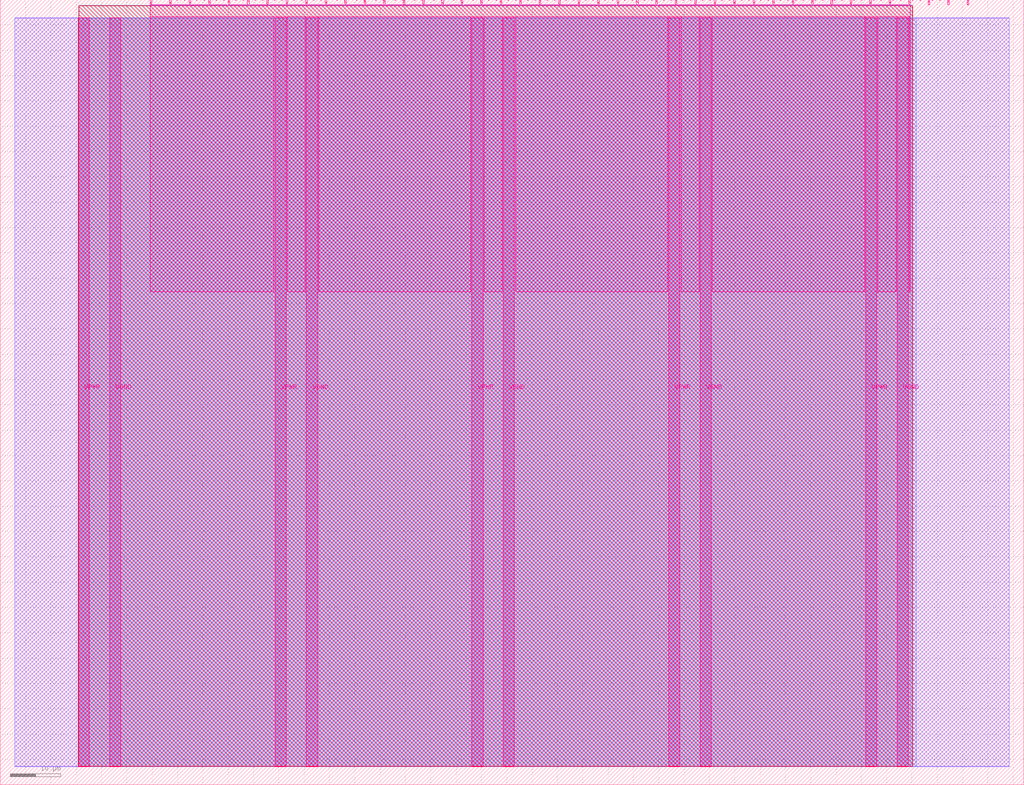
<source format=lef>
VERSION 5.7 ;
  NOWIREEXTENSIONATPIN ON ;
  DIVIDERCHAR "/" ;
  BUSBITCHARS "[]" ;
MACRO tt_um_a_0_array_multiplier
  CLASS BLOCK ;
  FOREIGN tt_um_a_0_array_multiplier ;
  ORIGIN 0.000 0.000 ;
  SIZE 202.080 BY 154.980 ;
  PIN VGND
    DIRECTION INOUT ;
    USE GROUND ;
    PORT
      LAYER Metal5 ;
        RECT 21.580 3.560 23.780 151.420 ;
    END
    PORT
      LAYER Metal5 ;
        RECT 60.450 3.560 62.650 151.420 ;
    END
    PORT
      LAYER Metal5 ;
        RECT 99.320 3.560 101.520 151.420 ;
    END
    PORT
      LAYER Metal5 ;
        RECT 138.190 3.560 140.390 151.420 ;
    END
    PORT
      LAYER Metal5 ;
        RECT 177.060 3.560 179.260 151.420 ;
    END
  END VGND
  PIN VPWR
    DIRECTION INOUT ;
    USE POWER ;
    PORT
      LAYER Metal5 ;
        RECT 15.380 3.560 17.580 151.420 ;
    END
    PORT
      LAYER Metal5 ;
        RECT 54.250 3.560 56.450 151.420 ;
    END
    PORT
      LAYER Metal5 ;
        RECT 93.120 3.560 95.320 151.420 ;
    END
    PORT
      LAYER Metal5 ;
        RECT 131.990 3.560 134.190 151.420 ;
    END
    PORT
      LAYER Metal5 ;
        RECT 170.860 3.560 173.060 151.420 ;
    END
  END VPWR
  PIN clk
    DIRECTION INPUT ;
    USE SIGNAL ;
    PORT
      LAYER Metal5 ;
        RECT 187.050 153.980 187.350 154.980 ;
    END
  END clk
  PIN ena
    DIRECTION INPUT ;
    USE SIGNAL ;
    PORT
      LAYER Metal5 ;
        RECT 190.890 153.980 191.190 154.980 ;
    END
  END ena
  PIN rst_n
    DIRECTION INPUT ;
    USE SIGNAL ;
    PORT
      LAYER Metal5 ;
        RECT 183.210 153.980 183.510 154.980 ;
    END
  END rst_n
  PIN ui_in[0]
    DIRECTION INPUT ;
    USE SIGNAL ;
    ANTENNAGATEAREA 0.213200 ;
    PORT
      LAYER Metal5 ;
        RECT 179.370 153.980 179.670 154.980 ;
    END
  END ui_in[0]
  PIN ui_in[1]
    DIRECTION INPUT ;
    USE SIGNAL ;
    ANTENNAGATEAREA 0.213200 ;
    PORT
      LAYER Metal5 ;
        RECT 175.530 153.980 175.830 154.980 ;
    END
  END ui_in[1]
  PIN ui_in[2]
    DIRECTION INPUT ;
    USE SIGNAL ;
    ANTENNAGATEAREA 0.213200 ;
    PORT
      LAYER Metal5 ;
        RECT 171.690 153.980 171.990 154.980 ;
    END
  END ui_in[2]
  PIN ui_in[3]
    DIRECTION INPUT ;
    USE SIGNAL ;
    ANTENNAGATEAREA 0.213200 ;
    PORT
      LAYER Metal5 ;
        RECT 167.850 153.980 168.150 154.980 ;
    END
  END ui_in[3]
  PIN ui_in[4]
    DIRECTION INPUT ;
    USE SIGNAL ;
    ANTENNAGATEAREA 0.213200 ;
    PORT
      LAYER Metal5 ;
        RECT 164.010 153.980 164.310 154.980 ;
    END
  END ui_in[4]
  PIN ui_in[5]
    DIRECTION INPUT ;
    USE SIGNAL ;
    ANTENNAGATEAREA 0.213200 ;
    PORT
      LAYER Metal5 ;
        RECT 160.170 153.980 160.470 154.980 ;
    END
  END ui_in[5]
  PIN ui_in[6]
    DIRECTION INPUT ;
    USE SIGNAL ;
    ANTENNAGATEAREA 0.213200 ;
    PORT
      LAYER Metal5 ;
        RECT 156.330 153.980 156.630 154.980 ;
    END
  END ui_in[6]
  PIN ui_in[7]
    DIRECTION INPUT ;
    USE SIGNAL ;
    ANTENNAGATEAREA 0.213200 ;
    PORT
      LAYER Metal5 ;
        RECT 152.490 153.980 152.790 154.980 ;
    END
  END ui_in[7]
  PIN uio_in[0]
    DIRECTION INPUT ;
    USE SIGNAL ;
    PORT
      LAYER Metal5 ;
        RECT 148.650 153.980 148.950 154.980 ;
    END
  END uio_in[0]
  PIN uio_in[1]
    DIRECTION INPUT ;
    USE SIGNAL ;
    PORT
      LAYER Metal5 ;
        RECT 144.810 153.980 145.110 154.980 ;
    END
  END uio_in[1]
  PIN uio_in[2]
    DIRECTION INPUT ;
    USE SIGNAL ;
    PORT
      LAYER Metal5 ;
        RECT 140.970 153.980 141.270 154.980 ;
    END
  END uio_in[2]
  PIN uio_in[3]
    DIRECTION INPUT ;
    USE SIGNAL ;
    PORT
      LAYER Metal5 ;
        RECT 137.130 153.980 137.430 154.980 ;
    END
  END uio_in[3]
  PIN uio_in[4]
    DIRECTION INPUT ;
    USE SIGNAL ;
    PORT
      LAYER Metal5 ;
        RECT 133.290 153.980 133.590 154.980 ;
    END
  END uio_in[4]
  PIN uio_in[5]
    DIRECTION INPUT ;
    USE SIGNAL ;
    PORT
      LAYER Metal5 ;
        RECT 129.450 153.980 129.750 154.980 ;
    END
  END uio_in[5]
  PIN uio_in[6]
    DIRECTION INPUT ;
    USE SIGNAL ;
    PORT
      LAYER Metal5 ;
        RECT 125.610 153.980 125.910 154.980 ;
    END
  END uio_in[6]
  PIN uio_in[7]
    DIRECTION INPUT ;
    USE SIGNAL ;
    PORT
      LAYER Metal5 ;
        RECT 121.770 153.980 122.070 154.980 ;
    END
  END uio_in[7]
  PIN uio_oe[0]
    DIRECTION OUTPUT ;
    USE SIGNAL ;
    ANTENNADIFFAREA 0.299200 ;
    PORT
      LAYER Metal5 ;
        RECT 56.490 153.980 56.790 154.980 ;
    END
  END uio_oe[0]
  PIN uio_oe[1]
    DIRECTION OUTPUT ;
    USE SIGNAL ;
    ANTENNADIFFAREA 0.299200 ;
    PORT
      LAYER Metal5 ;
        RECT 52.650 153.980 52.950 154.980 ;
    END
  END uio_oe[1]
  PIN uio_oe[2]
    DIRECTION OUTPUT ;
    USE SIGNAL ;
    ANTENNADIFFAREA 0.299200 ;
    PORT
      LAYER Metal5 ;
        RECT 48.810 153.980 49.110 154.980 ;
    END
  END uio_oe[2]
  PIN uio_oe[3]
    DIRECTION OUTPUT ;
    USE SIGNAL ;
    ANTENNADIFFAREA 0.299200 ;
    PORT
      LAYER Metal5 ;
        RECT 44.970 153.980 45.270 154.980 ;
    END
  END uio_oe[3]
  PIN uio_oe[4]
    DIRECTION OUTPUT ;
    USE SIGNAL ;
    ANTENNADIFFAREA 0.299200 ;
    PORT
      LAYER Metal5 ;
        RECT 41.130 153.980 41.430 154.980 ;
    END
  END uio_oe[4]
  PIN uio_oe[5]
    DIRECTION OUTPUT ;
    USE SIGNAL ;
    ANTENNADIFFAREA 0.299200 ;
    PORT
      LAYER Metal5 ;
        RECT 37.290 153.980 37.590 154.980 ;
    END
  END uio_oe[5]
  PIN uio_oe[6]
    DIRECTION OUTPUT ;
    USE SIGNAL ;
    ANTENNADIFFAREA 0.299200 ;
    PORT
      LAYER Metal5 ;
        RECT 33.450 153.980 33.750 154.980 ;
    END
  END uio_oe[6]
  PIN uio_oe[7]
    DIRECTION OUTPUT ;
    USE SIGNAL ;
    ANTENNADIFFAREA 0.299200 ;
    PORT
      LAYER Metal5 ;
        RECT 29.610 153.980 29.910 154.980 ;
    END
  END uio_oe[7]
  PIN uio_out[0]
    DIRECTION OUTPUT ;
    USE SIGNAL ;
    ANTENNADIFFAREA 0.299200 ;
    PORT
      LAYER Metal5 ;
        RECT 87.210 153.980 87.510 154.980 ;
    END
  END uio_out[0]
  PIN uio_out[1]
    DIRECTION OUTPUT ;
    USE SIGNAL ;
    ANTENNADIFFAREA 0.299200 ;
    PORT
      LAYER Metal5 ;
        RECT 83.370 153.980 83.670 154.980 ;
    END
  END uio_out[1]
  PIN uio_out[2]
    DIRECTION OUTPUT ;
    USE SIGNAL ;
    ANTENNADIFFAREA 0.299200 ;
    PORT
      LAYER Metal5 ;
        RECT 79.530 153.980 79.830 154.980 ;
    END
  END uio_out[2]
  PIN uio_out[3]
    DIRECTION OUTPUT ;
    USE SIGNAL ;
    ANTENNADIFFAREA 0.299200 ;
    PORT
      LAYER Metal5 ;
        RECT 75.690 153.980 75.990 154.980 ;
    END
  END uio_out[3]
  PIN uio_out[4]
    DIRECTION OUTPUT ;
    USE SIGNAL ;
    ANTENNADIFFAREA 0.299200 ;
    PORT
      LAYER Metal5 ;
        RECT 71.850 153.980 72.150 154.980 ;
    END
  END uio_out[4]
  PIN uio_out[5]
    DIRECTION OUTPUT ;
    USE SIGNAL ;
    ANTENNADIFFAREA 0.299200 ;
    PORT
      LAYER Metal5 ;
        RECT 68.010 153.980 68.310 154.980 ;
    END
  END uio_out[5]
  PIN uio_out[6]
    DIRECTION OUTPUT ;
    USE SIGNAL ;
    ANTENNADIFFAREA 0.299200 ;
    PORT
      LAYER Metal5 ;
        RECT 64.170 153.980 64.470 154.980 ;
    END
  END uio_out[6]
  PIN uio_out[7]
    DIRECTION OUTPUT ;
    USE SIGNAL ;
    ANTENNADIFFAREA 0.299200 ;
    PORT
      LAYER Metal5 ;
        RECT 60.330 153.980 60.630 154.980 ;
    END
  END uio_out[7]
  PIN uo_out[0]
    DIRECTION OUTPUT ;
    USE SIGNAL ;
    ANTENNADIFFAREA 0.651000 ;
    PORT
      LAYER Metal5 ;
        RECT 117.930 153.980 118.230 154.980 ;
    END
  END uo_out[0]
  PIN uo_out[1]
    DIRECTION OUTPUT ;
    USE SIGNAL ;
    ANTENNADIFFAREA 0.654800 ;
    PORT
      LAYER Metal5 ;
        RECT 114.090 153.980 114.390 154.980 ;
    END
  END uo_out[1]
  PIN uo_out[2]
    DIRECTION OUTPUT ;
    USE SIGNAL ;
    ANTENNADIFFAREA 0.654800 ;
    PORT
      LAYER Metal5 ;
        RECT 110.250 153.980 110.550 154.980 ;
    END
  END uo_out[2]
  PIN uo_out[3]
    DIRECTION OUTPUT ;
    USE SIGNAL ;
    ANTENNADIFFAREA 0.654800 ;
    PORT
      LAYER Metal5 ;
        RECT 106.410 153.980 106.710 154.980 ;
    END
  END uo_out[3]
  PIN uo_out[4]
    DIRECTION OUTPUT ;
    USE SIGNAL ;
    ANTENNADIFFAREA 0.654800 ;
    PORT
      LAYER Metal5 ;
        RECT 102.570 153.980 102.870 154.980 ;
    END
  END uo_out[4]
  PIN uo_out[5]
    DIRECTION OUTPUT ;
    USE SIGNAL ;
    ANTENNADIFFAREA 0.654800 ;
    PORT
      LAYER Metal5 ;
        RECT 98.730 153.980 99.030 154.980 ;
    END
  END uo_out[5]
  PIN uo_out[6]
    DIRECTION OUTPUT ;
    USE SIGNAL ;
    ANTENNADIFFAREA 0.654800 ;
    PORT
      LAYER Metal5 ;
        RECT 94.890 153.980 95.190 154.980 ;
    END
  END uo_out[6]
  PIN uo_out[7]
    DIRECTION OUTPUT ;
    USE SIGNAL ;
    ANTENNADIFFAREA 0.654800 ;
    PORT
      LAYER Metal5 ;
        RECT 91.050 153.980 91.350 154.980 ;
    END
  END uo_out[7]
  OBS
      LAYER GatPoly ;
        RECT 2.880 3.630 199.200 151.350 ;
      LAYER Metal1 ;
        RECT 2.880 3.560 199.200 151.420 ;
      LAYER Metal2 ;
        RECT 15.515 3.680 180.865 151.300 ;
      LAYER Metal3 ;
        RECT 15.560 3.635 180.100 153.865 ;
      LAYER Metal4 ;
        RECT 15.515 3.680 180.145 153.820 ;
      LAYER Metal5 ;
        RECT 30.120 153.770 33.240 153.980 ;
        RECT 33.960 153.770 37.080 153.980 ;
        RECT 37.800 153.770 40.920 153.980 ;
        RECT 41.640 153.770 44.760 153.980 ;
        RECT 45.480 153.770 48.600 153.980 ;
        RECT 49.320 153.770 52.440 153.980 ;
        RECT 53.160 153.770 56.280 153.980 ;
        RECT 57.000 153.770 60.120 153.980 ;
        RECT 60.840 153.770 63.960 153.980 ;
        RECT 64.680 153.770 67.800 153.980 ;
        RECT 68.520 153.770 71.640 153.980 ;
        RECT 72.360 153.770 75.480 153.980 ;
        RECT 76.200 153.770 79.320 153.980 ;
        RECT 80.040 153.770 83.160 153.980 ;
        RECT 83.880 153.770 87.000 153.980 ;
        RECT 87.720 153.770 90.840 153.980 ;
        RECT 91.560 153.770 94.680 153.980 ;
        RECT 95.400 153.770 98.520 153.980 ;
        RECT 99.240 153.770 102.360 153.980 ;
        RECT 103.080 153.770 106.200 153.980 ;
        RECT 106.920 153.770 110.040 153.980 ;
        RECT 110.760 153.770 113.880 153.980 ;
        RECT 114.600 153.770 117.720 153.980 ;
        RECT 118.440 153.770 121.560 153.980 ;
        RECT 122.280 153.770 125.400 153.980 ;
        RECT 126.120 153.770 129.240 153.980 ;
        RECT 129.960 153.770 133.080 153.980 ;
        RECT 133.800 153.770 136.920 153.980 ;
        RECT 137.640 153.770 140.760 153.980 ;
        RECT 141.480 153.770 144.600 153.980 ;
        RECT 145.320 153.770 148.440 153.980 ;
        RECT 149.160 153.770 152.280 153.980 ;
        RECT 153.000 153.770 156.120 153.980 ;
        RECT 156.840 153.770 159.960 153.980 ;
        RECT 160.680 153.770 163.800 153.980 ;
        RECT 164.520 153.770 167.640 153.980 ;
        RECT 168.360 153.770 171.480 153.980 ;
        RECT 172.200 153.770 175.320 153.980 ;
        RECT 176.040 153.770 179.160 153.980 ;
        RECT 29.660 151.630 179.620 153.770 ;
        RECT 29.660 97.295 54.040 151.630 ;
        RECT 56.660 97.295 60.240 151.630 ;
        RECT 62.860 97.295 92.910 151.630 ;
        RECT 95.530 97.295 99.110 151.630 ;
        RECT 101.730 97.295 131.780 151.630 ;
        RECT 134.400 97.295 137.980 151.630 ;
        RECT 140.600 97.295 170.650 151.630 ;
        RECT 173.270 97.295 176.850 151.630 ;
        RECT 179.470 97.295 179.620 151.630 ;
  END
END tt_um_a_0_array_multiplier
END LIBRARY


</source>
